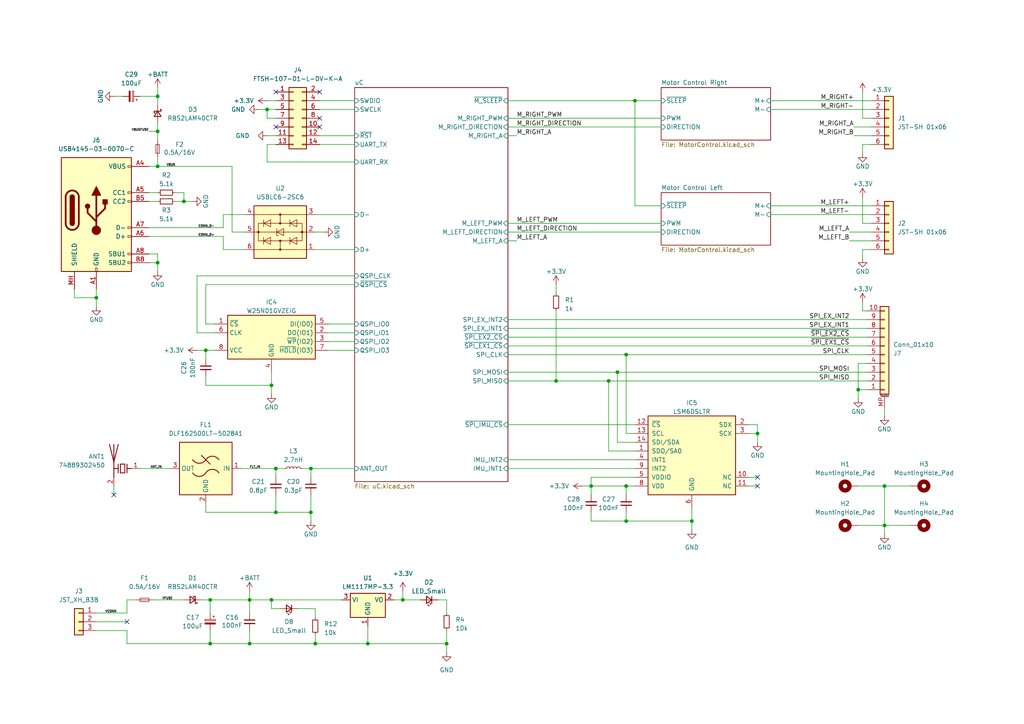
<source format=kicad_sch>
(kicad_sch (version 20230121) (generator eeschema)
  (paper "A4")
  (junction (at 181.61 151.13))
  (junction (at 80.01 148.59))
  (junction (at 176.53 110.49))
  (junction (at 90.17 148.59))
  (junction (at 179.07 107.95))
  (junction (at 256.54 152.4))
  (junction (at 181.61 140.97))
  (junction (at 59.69 101.6))
  (junction (at 45.72 38.1))
  (junction (at 161.29 110.49))
  (junction (at 45.72 48.26))
  (junction (at 78.74 173.99))
  (junction (at 184.15 29.21))
  (junction (at 53.34 58.42))
  (junction (at 181.61 102.87))
  (junction (at 91.44 186.69))
  (junction (at 200.66 151.13))
  (junction (at 72.39 186.69))
  (junction (at 106.68 186.69))
  (junction (at 171.45 140.97))
  (junction (at 45.72 76.2))
  (junction (at 116.84 173.99))
  (junction (at 219.71 125.73))
  (junction (at 80.01 135.89))
  (junction (at 27.94 86.36))
  (junction (at 60.96 186.69))
  (junction (at 60.96 173.99))
  (junction (at 256.54 140.97))
  (junction (at 72.39 173.99))
  (junction (at 45.72 27.94))
  (junction (at 129.54 186.69))
  (junction (at 90.17 135.89))
  (junction (at 248.92 113.03))
  (junction (at 77.47 31.75))
  (junction (at 78.74 111.76))
  (no_connect (at 92.71 26.67))
  (no_connect (at 219.71 138.43))
  (no_connect (at 219.71 140.97))
  (no_connect (at 33.02 143.51))
  (no_connect (at 92.71 36.83))
  (no_connect (at 80.01 26.67))
  (no_connect (at 80.01 36.83))
  (no_connect (at 92.71 34.29))
  (no_connect (at 36.83 180.34))
  (wire (pts (xy 147.32 69.85) (xy 149.86 69.85)))
  (wire (pts (xy 102.87 46.99) (xy 77.47 46.99)))
  (wire (pts (xy 129.54 182.88) (xy 129.54 186.69)))
  (wire (pts (xy 179.07 128.27) (xy 179.07 107.95)))
  (wire (pts (xy 64.77 72.39) (xy 64.77 68.58)))
  (wire (pts (xy 27.94 177.8) (xy 36.83 177.8)))
  (wire (pts (xy 45.72 73.66) (xy 45.72 76.2)))
  (wire (pts (xy 45.72 76.2) (xy 45.72 78.74)))
  (wire (pts (xy 80.01 148.59) (xy 80.01 143.51)))
  (wire (pts (xy 147.32 36.83) (xy 191.77 36.83)))
  (wire (pts (xy 59.69 148.59) (xy 80.01 148.59)))
  (wire (pts (xy 248.92 113.03) (xy 248.92 115.57)))
  (wire (pts (xy 219.71 125.73) (xy 219.71 128.27)))
  (wire (pts (xy 184.15 59.69) (xy 191.77 59.69)))
  (wire (pts (xy 219.71 123.19) (xy 219.71 125.73)))
  (wire (pts (xy 59.69 82.55) (xy 59.69 93.98)))
  (wire (pts (xy 256.54 118.11) (xy 256.54 120.65)))
  (wire (pts (xy 95.25 99.06) (xy 102.87 99.06)))
  (wire (pts (xy 171.45 148.59) (xy 171.45 151.13)))
  (wire (pts (xy 57.15 101.6) (xy 59.69 101.6)))
  (wire (pts (xy 78.74 111.76) (xy 78.74 114.3)))
  (wire (pts (xy 102.87 82.55) (xy 59.69 82.55)))
  (wire (pts (xy 184.15 29.21) (xy 191.77 29.21)))
  (wire (pts (xy 147.32 95.25) (xy 251.46 95.25)))
  (wire (pts (xy 147.32 135.89) (xy 184.15 135.89)))
  (wire (pts (xy 90.17 135.89) (xy 102.87 135.89)))
  (wire (pts (xy 81.28 176.53) (xy 78.74 176.53)))
  (wire (pts (xy 87.63 135.89) (xy 90.17 135.89)))
  (wire (pts (xy 64.77 62.23) (xy 71.12 62.23)))
  (wire (pts (xy 77.47 29.21) (xy 80.01 29.21)))
  (wire (pts (xy 45.72 45.72) (xy 45.72 48.26)))
  (wire (pts (xy 80.01 135.89) (xy 69.85 135.89)))
  (wire (pts (xy 21.59 83.82) (xy 21.59 86.36)))
  (wire (pts (xy 171.45 140.97) (xy 171.45 138.43)))
  (wire (pts (xy 223.52 62.23) (xy 252.73 62.23)))
  (wire (pts (xy 95.25 93.98) (xy 102.87 93.98)))
  (wire (pts (xy 219.71 140.97) (xy 217.17 140.97)))
  (wire (pts (xy 91.44 184.15) (xy 91.44 186.69)))
  (wire (pts (xy 27.94 180.34) (xy 36.83 180.34)))
  (wire (pts (xy 250.19 87.63) (xy 250.19 90.17)))
  (wire (pts (xy 77.47 46.99) (xy 77.47 41.91)))
  (wire (pts (xy 80.01 135.89) (xy 80.01 138.43)))
  (wire (pts (xy 36.83 177.8) (xy 36.83 173.99)))
  (wire (pts (xy 72.39 171.45) (xy 72.39 173.99)))
  (wire (pts (xy 91.44 67.31) (xy 93.98 67.31)))
  (wire (pts (xy 181.61 148.59) (xy 181.61 151.13)))
  (wire (pts (xy 90.17 148.59) (xy 80.01 148.59)))
  (wire (pts (xy 176.53 130.81) (xy 176.53 110.49)))
  (wire (pts (xy 247.65 39.37) (xy 252.73 39.37)))
  (wire (pts (xy 74.93 31.75) (xy 77.47 31.75)))
  (wire (pts (xy 246.38 69.85) (xy 252.73 69.85)))
  (wire (pts (xy 171.45 140.97) (xy 168.91 140.97)))
  (wire (pts (xy 184.15 29.21) (xy 184.15 59.69)))
  (wire (pts (xy 161.29 90.17) (xy 161.29 110.49)))
  (wire (pts (xy 250.19 57.15) (xy 250.19 64.77)))
  (wire (pts (xy 127 173.99) (xy 129.54 173.99)))
  (wire (pts (xy 116.84 173.99) (xy 114.3 173.99)))
  (wire (pts (xy 64.77 62.23) (xy 64.77 66.04)))
  (wire (pts (xy 36.83 173.99) (xy 39.37 173.99)))
  (wire (pts (xy 44.45 173.99) (xy 53.34 173.99)))
  (wire (pts (xy 45.72 27.94) (xy 45.72 30.48)))
  (wire (pts (xy 252.73 41.91) (xy 250.19 41.91)))
  (wire (pts (xy 91.44 176.53) (xy 91.44 179.07)))
  (wire (pts (xy 78.74 173.99) (xy 78.74 176.53)))
  (wire (pts (xy 77.47 31.75) (xy 80.01 31.75)))
  (wire (pts (xy 60.96 182.88) (xy 60.96 186.69)))
  (wire (pts (xy 59.69 101.6) (xy 59.69 104.14)))
  (wire (pts (xy 250.19 26.67) (xy 250.19 34.29)))
  (wire (pts (xy 50.8 55.88) (xy 53.34 55.88)))
  (wire (pts (xy 256.54 140.97) (xy 256.54 152.4)))
  (wire (pts (xy 95.25 96.52) (xy 102.87 96.52)))
  (wire (pts (xy 91.44 186.69) (xy 106.68 186.69)))
  (wire (pts (xy 147.32 34.29) (xy 191.77 34.29)))
  (wire (pts (xy 223.52 31.75) (xy 252.73 31.75)))
  (wire (pts (xy 72.39 177.8) (xy 72.39 173.99)))
  (wire (pts (xy 256.54 152.4) (xy 256.54 154.94)))
  (wire (pts (xy 57.15 96.52) (xy 62.23 96.52)))
  (wire (pts (xy 78.74 107.95) (xy 78.74 111.76)))
  (wire (pts (xy 64.77 72.39) (xy 71.12 72.39)))
  (wire (pts (xy 67.31 67.31) (xy 67.31 48.26)))
  (wire (pts (xy 176.53 110.49) (xy 251.46 110.49)))
  (wire (pts (xy 62.23 101.6) (xy 59.69 101.6)))
  (wire (pts (xy 256.54 140.97) (xy 264.16 140.97)))
  (wire (pts (xy 27.94 86.36) (xy 27.94 83.82)))
  (wire (pts (xy 250.19 90.17) (xy 251.46 90.17)))
  (wire (pts (xy 147.32 133.35) (xy 184.15 133.35)))
  (wire (pts (xy 181.61 140.97) (xy 181.61 143.51)))
  (wire (pts (xy 181.61 140.97) (xy 171.45 140.97)))
  (wire (pts (xy 147.32 92.71) (xy 251.46 92.71)))
  (wire (pts (xy 86.36 176.53) (xy 91.44 176.53)))
  (wire (pts (xy 80.01 34.29) (xy 77.47 34.29)))
  (wire (pts (xy 43.18 38.1) (xy 45.72 38.1)))
  (wire (pts (xy 248.92 105.41) (xy 248.92 113.03)))
  (wire (pts (xy 50.8 58.42) (xy 53.34 58.42)))
  (wire (pts (xy 21.59 86.36) (xy 27.94 86.36)))
  (wire (pts (xy 27.94 182.88) (xy 36.83 182.88)))
  (wire (pts (xy 246.38 67.31) (xy 252.73 67.31)))
  (wire (pts (xy 72.39 173.99) (xy 78.74 173.99)))
  (wire (pts (xy 250.19 34.29) (xy 252.73 34.29)))
  (wire (pts (xy 256.54 152.4) (xy 264.16 152.4)))
  (wire (pts (xy 184.15 138.43) (xy 171.45 138.43)))
  (wire (pts (xy 92.71 39.37) (xy 102.87 39.37)))
  (wire (pts (xy 116.84 171.45) (xy 116.84 173.99)))
  (wire (pts (xy 67.31 48.26) (xy 45.72 48.26)))
  (wire (pts (xy 250.19 72.39) (xy 250.19 74.93)))
  (wire (pts (xy 91.44 72.39) (xy 102.87 72.39)))
  (wire (pts (xy 223.52 29.21) (xy 252.73 29.21)))
  (wire (pts (xy 78.74 173.99) (xy 99.06 173.99)))
  (wire (pts (xy 106.68 186.69) (xy 129.54 186.69)))
  (wire (pts (xy 36.83 186.69) (xy 60.96 186.69)))
  (wire (pts (xy 77.47 39.37) (xy 80.01 39.37)))
  (wire (pts (xy 171.45 143.51) (xy 171.45 140.97)))
  (wire (pts (xy 179.07 107.95) (xy 251.46 107.95)))
  (wire (pts (xy 60.96 173.99) (xy 72.39 173.99)))
  (wire (pts (xy 181.61 151.13) (xy 171.45 151.13)))
  (wire (pts (xy 219.71 138.43) (xy 217.17 138.43)))
  (wire (pts (xy 91.44 62.23) (xy 102.87 62.23)))
  (wire (pts (xy 181.61 125.73) (xy 181.61 102.87)))
  (wire (pts (xy 90.17 148.59) (xy 90.17 151.13)))
  (wire (pts (xy 59.69 111.76) (xy 78.74 111.76)))
  (wire (pts (xy 43.18 68.58) (xy 64.77 68.58)))
  (wire (pts (xy 43.18 76.2) (xy 45.72 76.2)))
  (wire (pts (xy 92.71 29.21) (xy 102.87 29.21)))
  (wire (pts (xy 90.17 135.89) (xy 90.17 138.43)))
  (wire (pts (xy 181.61 102.87) (xy 251.46 102.87)))
  (wire (pts (xy 200.66 147.32) (xy 200.66 151.13)))
  (wire (pts (xy 251.46 105.41) (xy 248.92 105.41)))
  (wire (pts (xy 58.42 173.99) (xy 60.96 173.99)))
  (wire (pts (xy 161.29 82.55) (xy 161.29 85.09)))
  (wire (pts (xy 35.56 27.94) (xy 33.02 27.94)))
  (wire (pts (xy 184.15 140.97) (xy 181.61 140.97)))
  (wire (pts (xy 102.87 80.01) (xy 57.15 80.01)))
  (wire (pts (xy 248.92 152.4) (xy 256.54 152.4)))
  (wire (pts (xy 27.94 86.36) (xy 27.94 88.9)))
  (wire (pts (xy 200.66 151.13) (xy 200.66 153.67)))
  (wire (pts (xy 251.46 113.03) (xy 248.92 113.03)))
  (wire (pts (xy 248.92 140.97) (xy 256.54 140.97)))
  (wire (pts (xy 43.18 73.66) (xy 45.72 73.66)))
  (wire (pts (xy 60.96 173.99) (xy 60.96 177.8)))
  (wire (pts (xy 147.32 39.37) (xy 149.86 39.37)))
  (wire (pts (xy 184.15 125.73) (xy 181.61 125.73)))
  (wire (pts (xy 92.71 41.91) (xy 102.87 41.91)))
  (wire (pts (xy 82.55 135.89) (xy 80.01 135.89)))
  (wire (pts (xy 181.61 151.13) (xy 200.66 151.13)))
  (wire (pts (xy 59.69 109.22) (xy 59.69 111.76)))
  (wire (pts (xy 184.15 128.27) (xy 179.07 128.27)))
  (wire (pts (xy 36.83 182.88) (xy 36.83 186.69)))
  (wire (pts (xy 147.32 107.95) (xy 179.07 107.95)))
  (wire (pts (xy 252.73 72.39) (xy 250.19 72.39)))
  (wire (pts (xy 57.15 80.01) (xy 57.15 96.52)))
  (wire (pts (xy 77.47 34.29) (xy 77.47 31.75)))
  (wire (pts (xy 161.29 110.49) (xy 176.53 110.49)))
  (wire (pts (xy 147.32 97.79) (xy 251.46 97.79)))
  (wire (pts (xy 129.54 186.69) (xy 129.54 189.23)))
  (wire (pts (xy 92.71 31.75) (xy 102.87 31.75)))
  (wire (pts (xy 250.19 41.91) (xy 250.19 44.45)))
  (wire (pts (xy 45.72 40.64) (xy 45.72 38.1)))
  (wire (pts (xy 59.69 146.05) (xy 59.69 148.59)))
  (wire (pts (xy 72.39 182.88) (xy 72.39 186.69)))
  (wire (pts (xy 67.31 67.31) (xy 71.12 67.31)))
  (wire (pts (xy 45.72 35.56) (xy 45.72 38.1)))
  (wire (pts (xy 147.32 67.31) (xy 191.77 67.31)))
  (wire (pts (xy 95.25 101.6) (xy 102.87 101.6)))
  (wire (pts (xy 43.18 48.26) (xy 45.72 48.26)))
  (wire (pts (xy 147.32 100.33) (xy 251.46 100.33)))
  (wire (pts (xy 43.18 66.04) (xy 64.77 66.04)))
  (wire (pts (xy 147.32 123.19) (xy 184.15 123.19)))
  (wire (pts (xy 43.18 55.88) (xy 45.72 55.88)))
  (wire (pts (xy 184.15 130.81) (xy 176.53 130.81)))
  (wire (pts (xy 219.71 125.73) (xy 217.17 125.73)))
  (wire (pts (xy 147.32 110.49) (xy 161.29 110.49)))
  (wire (pts (xy 106.68 181.61) (xy 106.68 186.69)))
  (wire (pts (xy 59.69 93.98) (xy 62.23 93.98)))
  (wire (pts (xy 250.19 64.77) (xy 252.73 64.77)))
  (wire (pts (xy 72.39 186.69) (xy 91.44 186.69)))
  (wire (pts (xy 53.34 58.42) (xy 55.88 58.42)))
  (wire (pts (xy 33.02 140.97) (xy 33.02 143.51)))
  (wire (pts (xy 49.53 135.89) (xy 40.64 135.89)))
  (wire (pts (xy 129.54 173.99) (xy 129.54 177.8)))
  (wire (pts (xy 247.65 36.83) (xy 252.73 36.83)))
  (wire (pts (xy 90.17 143.51) (xy 90.17 148.59)))
  (wire (pts (xy 77.47 41.91) (xy 80.01 41.91)))
  (wire (pts (xy 45.72 25.4) (xy 45.72 27.94)))
  (wire (pts (xy 147.32 64.77) (xy 191.77 64.77)))
  (wire (pts (xy 45.72 27.94) (xy 40.64 27.94)))
  (wire (pts (xy 147.32 29.21) (xy 184.15 29.21)))
  (wire (pts (xy 53.34 58.42) (xy 53.34 55.88)))
  (wire (pts (xy 147.32 102.87) (xy 181.61 102.87)))
  (wire (pts (xy 116.84 173.99) (xy 121.92 173.99)))
  (wire (pts (xy 43.18 58.42) (xy 45.72 58.42)))
  (wire (pts (xy 223.52 59.69) (xy 252.73 59.69)))
  (wire (pts (xy 60.96 186.69) (xy 72.39 186.69)))
  (wire (pts (xy 219.71 123.19) (xy 217.17 123.19)))
  (label "M_RIGHT-" (at 247.65 31.75 180))
  (label "M_RIGHT_PWM" (at 149.86 34.29 0))
  (label "M_RIGHT+" (at 247.65 29.21 180))
  (label "SPI_EX_INT1" (at 246.38 95.25 180))
  (label "M_LEFT-" (at 246.38 62.23 180))
  (label "M_LEFT_DIRECTION" (at 149.86 67.31 0))
  (label "ANT_IN" (at 46.99 135.89 180) (effects (font (size 0.635 0.635))))
  (label "VBUS" (at 48.26 48.26 0) (effects (font (size 0.635 0.635))))
  (label "CONN_D-" (at 62.23 66.04 180) (effects (font (size 0.635 0.635))))
  (label "VBUSFUSE" (at 43.18 38.1 180) (effects (font (size 0.635 0.635))))
  (label "SPI_EX_INT2" (at 246.38 92.71 180))
  (label "M_LEFT+" (at 246.38 59.69 180))
  (label "M_RIGHT_DIRECTION" (at 149.86 36.83 0))
  (label "M_RIGHT_B" (at 247.65 39.37 180))
  (label "M_LEFT_A" (at 246.38 67.31 180))
  (label "SPI_CLK" (at 246.38 102.87 180))
  (label "CONN_D+" (at 62.23 68.58 180) (effects (font (size 0.635 0.635))))
  (label "M_RIGHT_A" (at 149.86 39.37 0))
  (label "M_LEFT_PWM" (at 149.86 64.77 0))
  (label "~{SPI_EX2_CS}" (at 246.38 97.79 180))
  (label "FLT_IN" (at 72.39 135.89 0) (effects (font (size 0.635 0.635))))
  (label "M_LEFT_A" (at 149.86 69.85 0))
  (label "VCONN" (at 30.48 177.8 0) (effects (font (size 0.635 0.635))))
  (label "SPI_MOSI" (at 246.38 107.95 180))
  (label "M_RIGHT_A" (at 247.65 36.83 180))
  (label "SPI_MISO" (at 246.38 110.49 180))
  (label "VFUSE" (at 46.99 173.99 0) (effects (font (size 0.635 0.635))))
  (label "~{SPI_EX1_CS}" (at 246.38 100.33 180))
  (label "M_LEFT_B" (at 246.38 69.85 180))
  (symbol (lib_id "power:+3.3V") (at 161.29 82.55 0) (unit 1)
    (property "Reference" "#PWR042" (effects hide))
    (property "Value" "+3.3V" (at 161.29 78.74 0))
  )
  (symbol (lib_id "power:+3.3V") (at 250.19 57.15 0) (unit 1)
    (property "Reference" "#PWR031" (effects hide))
    (property "Value" "+3.3V" (at 250.19 53.34 0))
  )
  (symbol (lib_id "Device:LED_Small") (at 124.46 173.99 180) (unit 1)
    (property "Reference" "D2" (at 124.3965 168.91 0))
    (property "Value" "LED_Small" (at 124.3965 171.45 0))
    (property "Footprint" "LED_SMD:LED_0603_1608Metric" (effects hide))
    (property "Dodane do zamówienia" "20" (effects hide))
    (property "Mouser Part Number" "--different--" (effects hide))
  )
  (symbol (lib_id "power:+3.3V") (at 116.84 171.45 0) (unit 1)
    (property "Reference" "#PWR022" (effects hide))
    (property "Value" "+3.3V" (at 116.84 166.37 0))
  )
  (symbol (lib_id "Device:LED_Small") (at 83.82 176.53 180) (unit 1)
    (property "Reference" "D8" (at 83.82 180.34 0))
    (property "Value" "LED_Small" (at 83.82 182.88 0))
    (property "Footprint" "LED_SMD:LED_0603_1608Metric" (effects hide))
    (property "Dodane do zamówienia" "20" (effects hide))
    (property "Mouser Part Number" "--different--" (effects hide))
  )
  (symbol (lib_id "Device:C_Small") (at 181.61 146.05 180) (unit 1)
    (property "Reference" "C27" (at 176.53 144.78 0))
    (property "Value" "100nF" (at 176.53 147.32 0))
    (property "Footprint" "Capacitor_SMD:C_0603_1608Metric" (effects hide))
    (property "Manufacturer_Name" "--" (effects hide))
    (property "Manufacturer_Part_Number" "--" (effects hide))
    (property "Dodane do zamówienia" "20" (effects hide))
    (property "Mouser Part Number" "963-EMK107B7104MA-T" (effects hide))
    (property "Mouser Price/Stock" "https://www.mouser.pl/ProductDetail/TAIYO-YUDEN/EMK107B7104MA-T?qs=I6KAKw0tg2yoDM4kgVF98Q%3D%3D" (effects hide))
  )
  (symbol (lib_id "Device:L_Small") (at 85.09 135.89 270) (mirror x) (unit 1)
    (property "Reference" "L3" (at 85.09 130.81 90))
    (property "Value" "2.7nH" (at 85.09 133.35 90))
    (property "Footprint" "Inductor_SMD:L_0603_1608Metric" (effects hide))
    (property "Dodane do zamówienia" "2" (effects hide))
    (property "Mouser Part Number" "710-7447860027G" (effects hide))
    (property "Mouser Price/Stock" "https://www.mouser.pl/ProductDetail/Wurth-Elektronik/7447860027G?qs=aP1CjGhiNiENwWC1NefPvA%3D%3D" (effects hide))
  )
  (symbol (lib_id "power:GND") (at 78.74 114.3 0) (mirror y) (unit 1)
    (property "Reference" "#PWR035" (effects hide))
    (property "Value" "GND" (at 78.74 118.11 0))
  )
  (symbol (lib_id "Device:R_Small") (at 48.26 55.88 90) (unit 1)
    (property "Reference" "R2" (at 48.26 50.8 90))
    (property "Value" "5.1k" (at 48.26 53.34 90))
    (property "Footprint" "Resistor_SMD:R_0603_1608Metric" (effects hide))
    (property "Dodane do zamówienia" "10" (effects hide))
    (property "Mouser Part Number" "RC0603FR-075K1P" (effects hide))
    (property "Mouser Price/Stock" "https://www.mouser.pl/ProductDetail/YAGEO/RC0603FR-075K1P?qs=sGAEpiMZZMvdGkrng054t7z4BkURc4LzlwlDqKzyEqEusOvDv7o%2Fkg%3D%3D" (effects hide))
  )
  (symbol (lib_id "Device:CP_Small") (at 60.96 180.34 0) (mirror y) (unit 1)
    (property "Reference" "C17" (at 55.88 179.07 0))
    (property "Value" "100uF" (at 55.88 181.61 0))
    (property "Footprint" "Capacitor_SMD:CP_Elec_5x4.5" (effects hide))
    (property "Manufacturer_Part_Number" "VZS101M1ATR-0506" (effects hide))
    (property "Mouser Part Number" "140-VZS101M1ATR0506" (effects hide))
    (property "Mouser Price/Stock" "https://www.mouser.pl/ProductDetail/Lelon/VZS101M1ATR-0506?qs=H%2FhOqZ3YhMlOeNQkNnvanw%3D%3D" (effects hide))
    (property "Dodane do zamówienia" "1" (effects hide))
  )
  (symbol (lib_id "power:+3.3V") (at 250.19 26.67 0) (unit 1)
    (property "Reference" "#PWR030" (effects hide))
    (property "Value" "+3.3V" (at 252.73 26.035 0) (effects (justify left)))
  )
  (symbol (lib_id "power:GND") (at 74.93 31.75 270) (unit 1)
    (property "Reference" "#PWR061" (effects hide))
    (property "Value" "GND" (at 71.12 31.75 90) (effects (justify right)))
  )
  (symbol (lib_id "power:GND") (at 45.72 78.74 0) (mirror y) (unit 1)
    (property "Reference" "#PWR047" (effects hide))
    (property "Value" "GND" (at 45.72 82.55 0))
  )
  (symbol (lib_id "power:GND") (at 55.88 58.42 90) (mirror x) (unit 1)
    (property "Reference" "#PWR049" (effects hide))
    (property "Value" "GND" (at 59.69 58.42 0))
  )
  (symbol (lib_id "Regulator_Linear:LM1117MP-3.3") (at 106.68 173.99 0) (unit 1)
    (property "Reference" "U1" (at 106.68 167.64 0))
    (property "Value" "LM1117MP-3.3" (at 106.68 170.18 0))
    (property "Footprint" "Package_TO_SOT_SMD:SOT-223-3_TabPin2" (effects hide))
    (property "Datasheet" "http://www.ti.com/lit/ds/symlink/lm1117.pdf" (effects hide))
    (property "Dodane do zamówienia" "1" (effects hide))
    (property "Mouser Part Number" "LM1117MPX-3.3/NOPB" (effects hide))
    (property "Mouser Price/Stock" "https://www.mouser.pl/ProductDetail/Texas-Instruments/LM1117MPX-3.3-NOPB?qs=X1J7HmVL2ZHRbBIxXi4utg%3D%3D" (effects hide))
  )
  (symbol (lib_id "Samacsys_kicad_sym:74889302450") (at 35.56 135.89 0) (mirror y) (unit 1)
    (property "Reference" "ANT1" (at 30.48 132.3975 0) (effects (justify left)))
    (property "Value" "74889302450" (at 30.48 134.9375 0) (effects (justify left)))
    (property "Footprint" "Samacsys:74889302450" (effects hide))
    (property "Datasheet" "https://www.we-online.com/components/products/datasheet/74889302450.pdf" (effects hide))
    (property "Height" "1.4" (effects hide))
    (property "Mouser Part Number" "710-74889302450" (effects hide))
    (property "Mouser Price/Stock" "https://www.mouser.co.uk/ProductDetail/Wurth-Elektronik/74889302450?qs=Li%252BoUPsLEnvpM4HLjF1%2F2A%3D%3D" (effects hide))
    (property "Manufacturer_Name" "Wurth Elektronik" (effects hide))
    (property "Manufacturer_Part_Number" "74889302450" (effects hide))
    (property "Dodane do zamówienia" "1" (effects hide))
  )
  (symbol (lib_id "Power_Protection:USBLC6-2SC6") (at 81.28 67.31 180) (unit 1)
    (property "Reference" "U2" (at 81.28 54.61 0))
    (property "Value" "USBLC6-2SC6" (at 81.28 57.15 0))
    (property "Footprint" "Package_TO_SOT_SMD:SOT-23-6" (effects hide))
    (property "Datasheet" "https://www.st.com/resource/en/datasheet/usblc6-2.pdf" (effects hide))
    (property "Manufacturer_Part_Number" "USBLC6-2SC6" (effects hide))
    (property "Mouser Part Number" "511-USBLC6-2SC6" (effects hide))
    (property "Mouser Price/Stock" "https://www.mouser.pl/ProductDetail/STMicroelectronics/USBLC6-2SC6?qs=po45yt2pPpu%2FhNIlwQdTlg%3D%3D" (effects hide))
    (property "Dodane do zamówienia" "1" (effects hide))
  )
  (symbol (lib_id "Device:Fuse_Small") (at 45.72 43.18 90) (unit 1)
    (property "Reference" "F2" (at 52.07 41.91 90))
    (property "Value" "0.5A/16V" (at 52.07 44.2214 90))
    (property "Footprint" "Fuse:Fuse_1210_3225Metric" (effects hide))
    (property "Datasheet" "https://www.mouser.pl/datasheet/2/643/ds_cp_0zch_series-1664103.pdf" (effects hide))
    (property "Manufacturer_Part_Number" "0ZCH0050FF2G" (effects hide))
    (property "Mouser Part Number" "530-0ZCH0050FF2G" (effects hide))
    (property "Mouser Price/Stock" "https://www.mouser.pl/ProductDetail/Bel-Fuse/0ZCH0050FF2G?qs=SRYZG9HaIQ2VrAxOxbTdxQ%3D%3D" (effects hide))
    (property "Dodane do zamówienia" "1" (effects hide))
  )
  (symbol (lib_id "power:+BATT") (at 45.72 25.4 0) (unit 1)
    (property "Reference" "#PWR050" (effects hide))
    (property "Value" "+BATT" (at 45.72 21.59 0))
  )
  (symbol (lib_id "power:GND") (at 33.02 27.94 270) (mirror x) (unit 1)
    (property "Reference" "#PWR048" (effects hide))
    (property "Value" "GND" (at 29.21 27.94 0))
  )
  (symbol (lib_id "Device:C_Small") (at 80.01 140.97 0) (mirror x) (unit 1)
    (property "Reference" "C21" (at 74.93 139.7 0))
    (property "Value" "0.8pF" (at 74.93 142.24 0))
    (property "Footprint" "Capacitor_SMD:C_0603_1608Metric" (effects hide))
    (property "Manufacturer_Name" "--" (effects hide))
    (property "Manufacturer_Part_Number" "--" (effects hide))
    (property "Dodane do zamówienia" "2" (effects hide))
    (property "Mouser Part Number" "581-600S0R8AW" (effects hide))
    (property "Mouser Price/Stock" "https://www.mouser.pl/ProductDetail/KYOCERA-AVX/600S0R8AW250XT?qs=AdTq2PFIamkSAXbo%2F1e%2FQg%3D%3D" (effects hide))
  )
  (symbol (lib_id "power:GND") (at 90.17 151.13 0) (mirror y) (unit 1)
    (property "Reference" "#PWR019" (effects hide))
    (property "Value" "GND" (at 90.17 154.94 0))
  )
  (symbol (lib_id "power:+3.3V") (at 168.91 140.97 90) (mirror x) (unit 1)
    (property "Reference" "#PWR038" (effects hide))
    (property "Value" "+3.3V" (at 165.1 140.97 90) (effects (justify left)))
  )
  (symbol (lib_id "power:GND") (at 248.92 115.57 0) (unit 1)
    (property "Reference" "#PWR041" (effects hide))
    (property "Value" "GND" (at 248.92 119.38 0))
  )
  (symbol (lib_id "Connector_Generic:Conn_01x06") (at 257.81 64.77 0) (unit 1)
    (property "Reference" "J2" (at 260.35 64.77 0) (effects (justify left)))
    (property "Value" "JST-SH 01x06" (at 260.35 67.31 0) (effects (justify left)))
    (property "Footprint" "Connector_JST:JST_SH_BM06B-SRSS-TB_1x06-1MP_P1.00mm_Vertical" (effects hide))
    (property "Dodane do zamówienia" "1" (effects hide))
    (property "Mouser Part Number" "BM06B-SRSS-TB" (effects hide))
    (property "Mouser Price/Stock" "https://www.tme.eu/pl/details/bm06b-srss-tb/zlacza-sygnalowe-raster-1-00mm/jst/bm06b-srss-tb-lf-sn/?brutto=1&currency=PLN&gad_source=1&gclid=Cj0KCQiAtOmsBhCnARIsAGPa5yatoiGL0YB03JMqQzhYF_M44p2RklECYztl3vomhYSfrtl-ahFI6FMaAg5aEALw_wcB" (effects hide))
  )
  (symbol (lib_id "power:+3.3V") (at 77.47 29.21 90) (unit 1)
    (property "Reference" "#PWR043" (effects hide))
    (property "Value" "+3.3V" (at 73.66 29.21 90) (effects (justify left)))
  )
  (symbol (lib_id "Samacsys_kicad_sym:W25N01GVZEIG") (at 78.74 97.79 0) (unit 1)
    (property "Reference" "IC4" (at 78.74 87.63 0))
    (property "Value" "W25N01GVZEIG" (at 78.74 90.17 0))
    (property "Footprint" "Samacsys:SON127P800X600X80-9N-D" (effects hide))
    (property "Datasheet" "https://www.winbond.com/hq/search-resource-file.jsp?partNo=W25N01GVZEIG&type=datasheet" (effects hide))
    (property "Height" "0.8" (effects hide))
    (property "Mouser Part Number" "454-W25N01GVZEIG" (effects hide))
    (property "Mouser Price/Stock" "https://www.mouser.co.uk/ProductDetail/Winbond/W25N01GVZEIG?qs=qSfuJ%252Bfl%2Fd6Vfx%252BkNMbzhw%3D%3D" (effects hide))
    (property "Manufacturer_Name" "Winbond" (effects hide))
    (property "Manufacturer_Part_Number" "W25N01GVZEIG" (effects hide))
    (property "Dodane do zamówienia" "1" (effects hide))
  )
  (symbol (lib_id "Samacsys_kicad_sym:LSM6DSLTR") (at 200.66 133.35 0) (mirror y) (unit 1)
    (property "Reference" "IC5" (at 200.66 116.84 0))
    (property "Value" "LSM6DSLTR" (at 200.66 119.38 0))
    (property "Footprint" "Samacsys:LSM6DSLTR" (effects hide))
    (property "Datasheet" "https://www.st.com/resource/en/datasheet/lsm6dsl.pdf" (effects hide))
    (property "Height" "0.86" (effects hide))
    (property "Mouser Part Number" "511-LSM6DSLTR" (effects hide))
    (property "Mouser Price/Stock" "https://www.mouser.co.uk/ProductDetail/STMicroelectronics/LSM6DSLTR?qs=dTJS0cRn7oit9g7CgtPlyQ%3D%3D" (effects hide))
    (property "Manufacturer_Name" "STMicroelectronics" (effects hide))
    (property "Manufacturer_Part_Number" "LSM6DSLTR" (effects hide))
    (property "Dodane do zamówienia" "1" (effects hide))
  )
  (symbol (lib_id "power:+BATT") (at 72.39 171.45 0) (unit 1)
    (property "Reference" "#PWR01" (effects hide))
    (property "Value" "+BATT" (at 72.39 167.64 0))
  )
  (symbol (lib_id "Device:C_Small") (at 72.39 180.34 0) (mirror y) (unit 1)
    (property "Reference" "C16" (at 67.31 179.07 0))
    (property "Value" "100nF" (at 67.31 181.3814 0))
    (property "Footprint" "Capacitor_SMD:C_0603_1608Metric" (effects hide))
    (property "Manufacturer_Name" "--" (effects hide))
    (property "Manufacturer_Part_Number" "--" (effects hide))
    (property "Dodane do zamówienia" "20" (effects hide))
    (property "Mouser Part Number" "963-EMK107B7104MA-T" (effects hide))
    (property "Mouser Price/Stock" "https://www.mouser.pl/ProductDetail/TAIYO-YUDEN/EMK107B7104MA-T?qs=I6KAKw0tg2yoDM4kgVF98Q%3D%3D" (effects hide))
  )
  (symbol (lib_id "Samacsys_kicad_sym:USB4145-03-0070-C") (at 27.94 60.96 0) (unit 1)
    (property "Reference" "J6" (at 27.94 40.64 0))
    (property "Value" "USB4145-03-0070-C" (at 27.94 43.18 0))
    (property "Footprint" "Samacsys:USB4145030070C" (effects hide))
    (property "Datasheet" "https://gct.co/files/drawings/usb4145.pdf" (effects hide))
    (property "Description" "USB Connectors USB-C Rec 3u\" Vert 16P SMT 0.7mm TH stakes H7.46mm T+R+Cap" (effects hide))
    (property "Height" "7.66" (effects hide))
    (property "Mouser Part Number" "640-USB4145-3-0070-C" (effects hide))
    (property "Mouser Price/Stock" "https://www.mouser.co.uk/ProductDetail/GCT/USB4145-03-0070-C?qs=vvQtp7zwQdNoT6Ti9aciDw%3D%3D" (effects hide))
    (property "Manufacturer_Name" "GCT (GLOBAL CONNECTOR TECHNOLOGY)" (effects hide))
    (property "Manufacturer_Part_Number" "USB4145-03-0070-C" (effects hide))
    (property "Dodane do zamówienia" "1" (effects hide))
  )
  (symbol (lib_id "Device:D_Schottky_Small") (at 45.72 33.02 270) (unit 1)
    (property "Reference" "D3" (at 55.88 31.75 90))
    (property "Value" "RBS2LAM40CTR" (at 55.88 34.29 90))
    (property "Footprint" "Diode_SMD:D_SOD-128" (effects hide))
    (property "Manufacturer_Part_Number" "RBS2LAM40CTR" (effects hide))
    (property "Mouser Part Number" "755-RBS2LAM40CTR" (effects hide))
    (property "Mouser Price/Stock" "https://www.mouser.pl/ProductDetail/ROHM-Semiconductor/RBS2LAM40CTR?qs=4v%252BiZTmLVHGXjEhMl6gmbg%3D%3D" (effects hide))
    (property "Dodane do zamówienia" "1" (effects hide))
  )
  (symbol (lib_id "power:GND") (at 200.66 153.67 0) (unit 1)
    (property "Reference" "#PWR037" (effects hide))
    (property "Value" "GND" (at 200.66 158.75 0))
  )
  (symbol (lib_id "power:GND") (at 93.98 67.31 90) (mirror x) (unit 1)
    (property "Reference" "#PWR021" (effects hide))
    (property "Value" "GND" (at 97.79 67.31 0))
  )
  (symbol (lib_id "power:GND") (at 129.54 189.23 0) (mirror y) (unit 1)
    (property "Reference" "#PWR023" (effects hide))
    (property "Value" "GND" (at 129.54 194.31 0))
  )
  (symbol (lib_id "Device:C_Small") (at 59.69 106.68 0) (mirror y) (unit 1)
    (property "Reference" "C26" (at 53.34 106.68 90))
    (property "Value" "100nF" (at 55.88 106.68 90))
    (property "Footprint" "Capacitor_SMD:C_0603_1608Metric" (effects hide))
    (property "Manufacturer_Name" "--" (effects hide))
    (property "Manufacturer_Part_Number" "--" (effects hide))
    (property "Dodane do zamówienia" "20" (effects hide))
    (property "Mouser Part Number" "963-EMK107B7104MA-T" (effects hide))
    (property "Mouser Price/Stock" "https://www.mouser.pl/ProductDetail/TAIYO-YUDEN/EMK107B7104MA-T?qs=I6KAKw0tg2yoDM4kgVF98Q%3D%3D" (effects hide))
  )
  (symbol (lib_id "Connector_Generic:Conn_01x06") (at 257.81 34.29 0) (unit 1)
    (property "Reference" "J1" (at 260.35 34.29 0) (effects (justify left)))
    (property "Value" "JST-SH 01x06" (at 260.35 36.83 0) (effects (justify left)))
    (property "Footprint" "Connector_JST:JST_SH_BM06B-SRSS-TB_1x06-1MP_P1.00mm_Vertical" (effects hide))
    (property "Dodane do zamówienia" "1" (effects hide))
    (property "Mouser Part Number" "BM06B-SRSS-TB" (effects hide))
    (property "Mouser Price/Stock" "https://www.tme.eu/pl/details/bm06b-srss-tb/zlacza-sygnalowe-raster-1-00mm/jst/bm06b-srss-tb-lf-sn/?brutto=1&currency=PLN&gad_source=1&gclid=Cj0KCQiAtOmsBhCnARIsAGPa5yatoiGL0YB03JMqQzhYF_M44p2RklECYztl3vomhYSfrtl-ahFI6FMaAg5aEALw_wcB" (effects hide))
  )
  (symbol (lib_id "Mechanical:MountingHole_Pad") (at 266.7 152.4 270) (mirror x) (unit 1)
    (property "Reference" "H4" (at 267.97 146.05 90))
    (property "Value" "MountingHole_Pad" (at 267.97 148.59 90))
    (property "Footprint" "MountingHole:MountingHole_3.2mm_M3_Pad_Via" (effects hide))
    (property "Manufacturer_Part_Number" "--" (effects hide))
    (property "Mouser Part Number" "--" (effects hide))
  )
  (symbol (lib_id "Connector_Generic:Conn_01x03") (at 22.86 180.34 0) (mirror y) (unit 1)
    (property "Reference" "J3" (at 22.86 171.45 0))
    (property "Value" "JST_XH_B3B" (at 22.86 173.99 0))
    (property "Footprint" "Connector_JST:JST_XH_B3B-XH-A_1x03_P2.50mm_Vertical" (effects hide))
    (property "Dodane do zamówienia" "1" (effects hide))
    (property "Mouser Part Number" "B3B-XH-A" (effects hide))
    (property "Mouser Price/Stock" "https://www.tme.eu/pl/details/b3b-xh-a/zlacza-sygnalowe-raster-2-50mm/jst/b3b-xh-a-lf-sn/?brutto=1&currency=PLN&gad_source=1&gclid=Cj0KCQiAtOmsBhCnARIsAGPa5yZacSbeIlL9jQz2yTgt9l9r9oYoPdT4xJww9AlLJ8gLxhoudnDqteoaAuOZEALw_wcB" (effects hide))
  )
  (symbol (lib_id "Device:R_Small") (at 48.26 58.42 90) (unit 1)
    (property "Reference" "R3" (at 48.26 60.96 90))
    (property "Value" "5.1k" (at 48.26 63.5 90))
    (property "Footprint" "Resistor_SMD:R_0603_1608Metric" (effects hide))
    (property "Dodane do zamówienia" "10" (effects hide))
    (property "Mouser Part Number" "RC0603FR-075K1P" (effects hide))
    (property "Mouser Price/Stock" "https://www.mouser.pl/ProductDetail/YAGEO/RC0603FR-075K1P?qs=sGAEpiMZZMvdGkrng054t7z4BkURc4LzlwlDqKzyEqEusOvDv7o%2Fkg%3D%3D" (effects hide))
  )
  (symbol (lib_id "Device:C_Small") (at 90.17 140.97 0) (mirror y) (unit 1)
    (property "Reference" "C20" (at 85.09 139.7 0))
    (property "Value" "0.3pF" (at 85.09 142.24 0))
    (property "Footprint" "Capacitor_SMD:C_0603_1608Metric" (effects hide))
    (property "Manufacturer_Name" "--" (effects hide))
    (property "Manufacturer_Part_Number" "--" (effects hide))
    (property "Dodane do zamówienia" "2" (effects hide))
    (property "Mouser Part Number" "581-600S0R3AT250TV" (effects hide))
    (property "Mouser Price/Stock" "https://www.mouser.pl/ProductDetail/581-600S0R3AT250TV" (effects hide))
  )
  (symbol (lib_id "Samacsys_kicad_sym:DLF162500LT-5028A1") (at 59.69 135.89 0) (mirror y) (unit 1)
    (property "Reference" "FL1" (at 59.69 123.19 0))
    (property "Value" "DLF162500LT-5028A1" (at 59.69 125.73 0))
    (property "Footprint" "Samacsys:DLF162500LT5028A1" (effects hide))
    (property "Datasheet" "https://product.tdk.com/system/files/dam/doc/product/rf/rf/filter/catalog/rf_lpf_dlf162500lt-5028a1_en.pdf" (effects hide))
    (property "Height" "0.4" (effects hide))
    (property "Mouser Part Number" "810-DLF16250LT5028A1" (effects hide))
    (property "Mouser Price/Stock" "https://www.mouser.co.uk/ProductDetail/TDK/DLF162500LT-5028A1?qs=U%2FZX79kHR%2FlwIbAISCs3qA%3D%3D" (effects hide))
    (property "Manufacturer_Name" "TDK" (effects hide))
    (property "Manufacturer_Part_Number" "DLF162500LT-5028A1" (effects hide))
    (property "Dodane do zamówienia" "1" (effects hide))
  )
  (symbol (lib_id "Connector_Generic_MountingPin:Conn_01x10_MountingPin") (at 256.54 102.87 0) (mirror x) (unit 1)
    (property "Reference" "J7" (at 259.08 102.5144 0) (effects (justify left)))
    (property "Value" "Conn_01x10" (at 259.08 99.9744 0) (effects (justify left)))
    (property "Footprint" "Connector_FFC-FPC:Molex_200528-0100_1x10-1MP_P1.00mm_Horizontal" (effects hide))
    (property "Dodane do zamówienia" "3" (effects hide))
    (property "Manufacturer_Part_Number" "200528-0100" (effects hide))
    (property "Mouser Part Number" "200528-0100" (effects hide))
    (property "Mouser Price/Stock" "https://www.mouser.pl/ProductDetail/Molex/200528-0100?qs=0lSvoLzn4L%2F78iVrqdBtRg%3D%3D" (effects hide))
  )
  (symbol (lib_id "Mechanical:MountingHole_Pad") (at 266.7 140.97 270) (mirror x) (unit 1)
    (property "Reference" "H3" (at 267.97 134.62 90))
    (property "Value" "MountingHole_Pad" (at 267.97 137.16 90))
    (property "Footprint" "MountingHole:MountingHole_3.2mm_M3_Pad_Via" (effects hide))
    (property "Manufacturer_Part_Number" "--" (effects hide))
    (property "Mouser Part Number" "--" (effects hide))
  )
  (symbol (lib_id "power:GND") (at 256.54 154.94 0) (unit 1)
    (property "Reference" "#PWR045" (effects hide))
    (property "Value" "GND" (at 256.54 158.75 0))
  )
  (symbol (lib_id "power:GND") (at 219.71 128.27 0) (unit 1)
    (property "Reference" "#PWR039" (effects hide))
    (property "Value" "GND" (at 219.71 132.08 0))
  )
  (symbol (lib_id "Device:R_Small") (at 91.44 181.61 180) (unit 1)
    (property "Reference" "R12" (at 93.98 180.975 0) (effects (justify right)))
    (property "Value" "10k" (at 93.98 183.515 0) (effects (justify right)))
    (property "Footprint" "Resistor_SMD:R_0603_1608Metric" (effects hide))
    (property "Dodane do zamówienia" "10" (effects hide))
    (property "Mouser Part Number" "CRGCQ0603F10K" (effects hide))
    (property "Mouser Price/Stock" "https://www.mouser.pl/ProductDetail/TE-Connectivity-Holsworthy/CRGCQ0603F10K?qs=sGAEpiMZZMvdGkrng054t7z4BkURc4Lzai%2F5%2FG2tg49oZaDPCYBZgg%3D%3D" (effects hide))
  )
  (symbol (lib_id "power:GND") (at 27.94 88.9 0) (mirror y) (unit 1)
    (property "Reference" "#PWR046" (effects hide))
    (property "Value" "GND" (at 27.94 92.71 0))
  )
  (symbol (lib_id "Device:R_Small") (at 129.54 180.34 180) (unit 1)
    (property "Reference" "R4" (at 132.08 179.705 0) (effects (justify right)))
    (property "Value" "10k" (at 132.08 182.245 0) (effects (justify right)))
    (property "Footprint" "Resistor_SMD:R_0603_1608Metric" (effects hide))
    (property "Dodane do zamówienia" "10" (effects hide))
    (property "Mouser Part Number" "CRGCQ0603F10K" (effects hide))
    (property "Mouser Price/Stock" "https://www.mouser.pl/ProductDetail/TE-Connectivity-Holsworthy/CRGCQ0603F10K?qs=sGAEpiMZZMvdGkrng054t7z4BkURc4Lzai%2F5%2FG2tg49oZaDPCYBZgg%3D%3D" (effects hide))
  )
  (symbol (lib_id "Mechanical:MountingHole_Pad") (at 246.38 140.97 90) (unit 1)
    (property "Reference" "H1" (at 245.11 134.62 90))
    (property "Value" "MountingHole_Pad" (at 245.11 137.16 90))
    (property "Footprint" "MountingHole:MountingHole_3.2mm_M3_Pad_Via" (effects hide))
    (property "Manufacturer_Part_Number" "--" (effects hide))
    (property "Mouser Part Number" "--" (effects hide))
  )
  (symbol (lib_id "Samacsys_kicad_sym:FTSH-107-01-L-DV-K-A") (at 86.36 34.29 0) (unit 1)
    (property "Reference" "J4" (at 86.36 20.32 0))
    (property "Value" "FTSH-107-01-L-DV-K-A" (at 86.36 22.86 0))
    (property "Footprint" "Samacsys:FTSH-107-XX-YYY-DV-K-A" (effects hide))
    (property "Datasheet" "http://suddendocs.samtec.com/prints/ftsh-1xx-xx-xxx-dv-xxx-xxx-mkt.pdf" (effects hide))
    (property "Mouser Part Number" "200-FTSH10701LDVKA" (effects hide))
    (property "Mouser Price/Stock" "https://www.mouser.co.uk/ProductDetail/Samtec/FTSH-107-01-L-DV-K-A?qs=PB6%2FjmICvI3xEHFou4PhNg%3D%3D" (effects hide))
    (property "Manufacturer_Name" "SAMTEC" (effects hide))
    (property "Manufacturer_Part_Number" "FTSH-107-01-L-DV-K-A" (effects hide))
    (property "Dodane do zamówienia" "1" (effects hide))
  )
  (symbol (lib_id "power:GND") (at 250.19 74.93 0) (unit 1)
    (property "Reference" "#PWR033" (effects hide))
    (property "Value" "GND" (at 250.19 78.74 0))
  )
  (symbol (lib_id "power:GND") (at 77.47 39.37 270) (unit 1)
    (property "Reference" "#PWR062" (effects hide))
    (property "Value" "GND" (at 72.39 39.37 90) (effects (justify right)))
  )
  (symbol (lib_id "Device:D_Schottky_Small") (at 55.88 173.99 180) (unit 1)
    (property "Reference" "D1" (at 55.88 167.64 0))
    (property "Value" "RBS2LAM40CTR" (at 55.88 170.18 0))
    (property "Footprint" "Diode_SMD:D_SOD-128" (effects hide))
    (property "Manufacturer_Part_Number" "RBS2LAM40CTR" (effects hide))
    (property "Mouser Part Number" "755-RBS2LAM40CTR" (effects hide))
    (property "Mouser Price/Stock" "https://www.mouser.pl/ProductDetail/ROHM-Semiconductor/RBS2LAM40CTR?qs=4v%252BiZTmLVHGXjEhMl6gmbg%3D%3D" (effects hide))
    (property "Dodane do zamówienia" "1" (effects hide))
  )
  (symbol (lib_id "Device:CP_Small") (at 38.1 27.94 270) (mirror x) (unit 1)
    (property "Reference" "C29" (at 38.1 21.59 90))
    (property "Value" "100uF" (at 38.1 24.13 90))
    (property "Footprint" "Capacitor_SMD:CP_Elec_5x4.5" (effects hide))
    (property "Manufacturer_Part_Number" "VZS101M1ATR-0506" (effects hide))
    (property "Mouser Part Number" "140-VZS101M1ATR0506" (effects hide))
    (property "Mouser Price/Stock" "https://www.mouser.pl/ProductDetail/Lelon/VZS101M1ATR-0506?qs=H%2FhOqZ3YhMlOeNQkNnvanw%3D%3D" (effects hide))
    (property "Dodane do zamówienia" "1" (effects hide))
  )
  (symbol (lib_id "power:+3.3V") (at 57.15 101.6 90) (unit 1)
    (property "Reference" "#PWR036" (effects hide))
    (property "Value" "+3.3V" (at 53.34 101.6 90) (effects (justify left)))
  )
  (symbol (lib_id "power:GND") (at 256.54 120.65 0) (unit 1)
    (property "Reference" "#PWR02" (effects hide))
    (property "Value" "GND" (at 256.54 124.46 0))
  )
  (symbol (lib_id "power:+3.3V") (at 250.19 87.63 0) (unit 1)
    (property "Reference" "#PWR040" (effects hide))
    (property "Value" "+3.3V" (at 250.19 83.82 0))
  )
  (symbol (lib_id "Device:Fuse_Small") (at 41.91 173.99 180) (unit 1)
    (property "Reference" "F1" (at 41.91 167.64 0))
    (property "Value" "0.5A/16V" (at 41.91 170.18 0))
    (property "Footprint" "Fuse:Fuse_1210_3225Metric" (effects hide))
    (property "Datasheet" "https://www.mouser.pl/datasheet/2/643/ds_cp_0zch_series-1664103.pdf" (effects hide))
    (property "Manufacturer_Part_Number" "0ZCH0050FF2G" (effects hide))
    (property "Mouser Part Number" "530-0ZCH0050FF2G" (effects hide))
    (property "Mouser Price/Stock" "https://www.mouser.pl/ProductDetail/Bel-Fuse/0ZCH0050FF2G?qs=SRYZG9HaIQ2VrAxOxbTdxQ%3D%3D" (effects hide))
    (property "Dodane do zamówienia" "1" (effects hide))
  )
  (symbol (lib_id "Device:R_Small") (at 161.29 87.63 0) (unit 1)
    (property "Reference" "R1" (at 163.83 86.995 0) (effects (justify left)))
    (property "Value" "1k" (at 163.83 89.535 0) (effects (justify left)))
    (property "Footprint" "Resistor_SMD:R_0603_1608Metric" (effects hide))
    (property "Dodane do zamówienia" "10" (effects hide))
    (property "Mouser Part Number" "CRCW06031K00FKECC" (effects hide))
    (property "Mouser Price/Stock" "https://www.mouser.pl/ProductDetail/Vishay-Dale/CRCW06031K00FKECC?qs=sGAEpiMZZMvdGkrng054t7z4BkURc4LzqFOkaftk%2F8gLegcp2Qx%2FQw%3D%3D" (effects hide))
  )
  (symbol (lib_id "Device:C_Small") (at 171.45 146.05 180) (unit 1)
    (property "Reference" "C28" (at 166.37 144.78 0))
    (property "Value" "100nF" (at 166.37 147.32 0))
    (property "Footprint" "Capacitor_SMD:C_0603_1608Metric" (effects hide))
    (property "Manufacturer_Name" "--" (effects hide))
    (property "Manufacturer_Part_Number" "--" (effects hide))
    (property "Dodane do zamówienia" "20" (effects hide))
    (property "Mouser Part Number" "963-EMK107B7104MA-T" (effects hide))
    (property "Mouser Price/Stock" "https://www.mouser.pl/ProductDetail/TAIYO-YUDEN/EMK107B7104MA-T?qs=I6KAKw0tg2yoDM4kgVF98Q%3D%3D" (effects hide))
  )
  (symbol (lib_id "Mechanical:MountingHole_Pad") (at 246.38 152.4 90) (unit 1)
    (property "Reference" "H2" (at 245.11 146.05 90))
    (property "Value" "MountingHole_Pad" (at 245.11 148.59 90))
    (property "Footprint" "MountingHole:MountingHole_3.2mm_M3_Pad_Via" (effects hide))
    (property "Manufacturer_Part_Number" "--" (effects hide))
    (property "Mouser Part Number" "--" (effects hide))
  )
  (symbol (lib_id "power:GND") (at 250.19 44.45 0) (unit 1)
    (property "Reference" "#PWR032" (effects hide))
    (property "Value" "GND" (at 250.19 48.26 0))
  )
  (sheet (at 191.77 55.88) (size 31.75 15.24) (stroke (width 0.1524))
    (property "Sheetname" "Motor Control Left" (at 191.77 55.1684 0) (effects (justify left bottom)))
    (property "Sheetfile" "MotorControl.kicad_sch" (at 191.77 71.7046 0) (effects (justify left top)))
    (pin "~{SLEEP}" input (at 191.77 59.69 180))
    (pin "M+" input (at 223.52 59.69 0))
    (pin "M-" input (at 223.52 62.23 0))
    (pin "PWM" input (at 191.77 64.77 180))
    (pin "DIRECTION" input (at 191.77 67.31 180))
  )
  (sheet (at 191.77 25.4) (size 31.75 15.24) (stroke (width 0.1524))
    (property "Sheetname" "Motor Control Right" (at 191.77 24.6884 0) (effects (justify left bottom)))
    (property "Sheetfile" "MotorControl.kicad_sch" (at 191.77 41.2246 0) (effects (justify left top)))
    (pin "~{SLEEP}" input (at 191.77 29.21 180))
    (pin "M+" input (at 223.52 29.21 0))
    (pin "M-" input (at 223.52 31.75 0))
    (pin "PWM" input (at 191.77 34.29 180))
    (pin "DIRECTION" input (at 191.77 36.83 180))
  )
  (sheet (at 102.87 25.4) (size 44.45 114.3) (stroke (width 0.1524))
    (property "Sheetname" "uC" (at 102.87 24.6884 0) (effects (justify left bottom)))
    (property "Sheetfile" "uC.kicad_sch" (at 102.87 140.2846 0) (effects (justify left top)))
    (pin "M_RIGHT_A" input (at 147.32 39.37 0))
    (pin "M_LEFT_A" input (at 147.32 69.85 0))
    (pin "~{RST}" input (at 102.87 39.37 180))
    (pin "~{M_SLEEP}" input (at 147.32 29.21 0))
    (pin "ANT_OUT" input (at 102.87 135.89 180))
    (pin "SWDIO" input (at 102.87 29.21 180))
    (pin "SWCLK" input (at 102.87 31.75 180))
    (pin "~{SPI_EX2_CS}" input (at 147.32 97.79 0))
    (pin "SPI_MISO" input (at 147.32 110.49 0))
    (pin "QSPI_IO3" input (at 102.87 101.6 180))
    (pin "QSPI_CLK" input (at 102.87 80.01 180))
    (pin "QSPI_IO1" input (at 102.87 96.52 180))
    (pin "~{QSPI_CS}" input (at 102.87 82.55 180))
    (pin "QSPI_IO2" input (at 102.87 99.06 180))
    (pin "SPI_CLK" input (at 147.32 102.87 0))
    (pin "~{SPI_IMU_CS}" input (at 147.32 123.19 0))
    (pin "SPI_MOSI" input (at 147.32 107.95 0))
    (pin "~{SPI_EX1_CS}" input (at 147.32 100.33 0))
    (pin "IMU_INT2" input (at 147.32 133.35 0))
    (pin "IMU_INT1" input (at 147.32 135.89 0))
    (pin "QSPI_IO0" input (at 102.87 93.98 180))
    (pin "D-" input (at 102.87 62.23 180))
    (pin "D+" input (at 102.87 72.39 180))
    (pin "SPI_EX_INT2" input (at 147.32 92.71 0))
    (pin "SPI_EX_INT1" input (at 147.32 95.25 0))
    (pin "M_RIGHT_PWM" input (at 147.32 34.29 0))
    (pin "M_LEFT_DIRECTION" input (at 147.32 67.31 0))
    (pin "M_LEFT_PWM" input (at 147.32 64.77 0))
    (pin "M_RIGHT_DIRECTION" input (at 147.32 36.83 0))
    (pin "UART_RX" input (at 102.87 46.99 180))
    (pin "UART_TX" input (at 102.87 41.91 180))
  )
)
</source>
